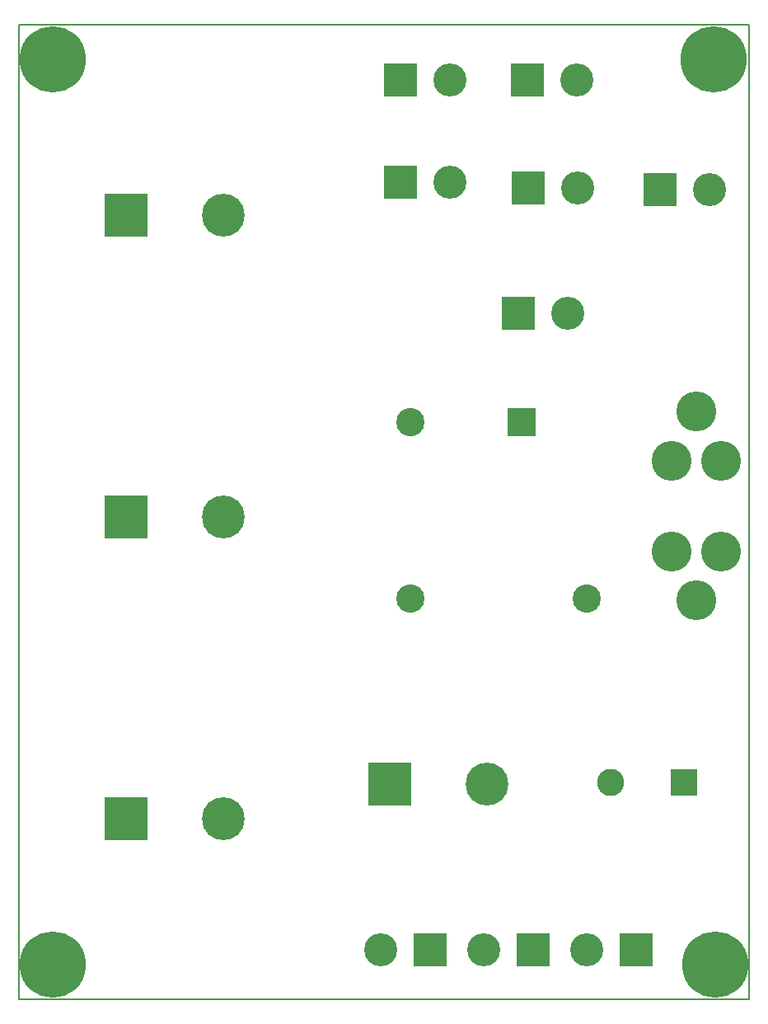
<source format=gbs>
G04 #@! TF.FileFunction,Soldermask,Bot*
%FSLAX46Y46*%
G04 Gerber Fmt 4.6, Leading zero omitted, Abs format (unit mm)*
G04 Created by KiCad (PCBNEW 4.0.7) date 03/19/18 23:09:54*
%MOMM*%
%LPD*%
G01*
G04 APERTURE LIST*
%ADD10C,0.100000*%
%ADD11C,0.150000*%
%ADD12C,2.900000*%
%ADD13R,2.900000X2.900000*%
%ADD14R,4.400000X4.400000*%
%ADD15C,4.400000*%
%ADD16R,2.800000X2.800000*%
%ADD17C,2.800000*%
%ADD18R,3.400000X3.400000*%
%ADD19C,3.400000*%
%ADD20C,4.100000*%
%ADD21C,6.800000*%
G04 APERTURE END LIST*
D10*
D11*
X195000000Y-35000000D02*
X120000000Y-35000000D01*
X195000000Y-135000000D02*
X195000000Y-35000000D01*
X120000000Y-35000000D02*
X120000000Y-135000000D01*
X120000000Y-135000000D02*
X195000000Y-135000000D01*
D12*
X178300000Y-93900000D03*
X160200000Y-75800000D03*
D13*
X171600000Y-75800000D03*
D12*
X160200000Y-93900000D03*
D14*
X131000000Y-54500000D03*
D15*
X141000000Y-54500000D03*
D14*
X131000000Y-85500000D03*
D15*
X141000000Y-85500000D03*
D14*
X131000000Y-116500000D03*
D15*
X141000000Y-116500000D03*
D14*
X158100000Y-112900000D03*
D15*
X168100000Y-112900000D03*
D16*
X188300000Y-112800000D03*
D17*
X180800000Y-112800000D03*
D18*
X159200000Y-40600000D03*
D19*
X164280000Y-40600000D03*
D18*
X172200000Y-40600000D03*
D19*
X177280000Y-40600000D03*
D18*
X159200000Y-51100000D03*
D19*
X164280000Y-51100000D03*
D18*
X172300000Y-51700000D03*
D19*
X177380000Y-51700000D03*
D18*
X185900000Y-51900000D03*
D19*
X190980000Y-51900000D03*
D18*
X171300000Y-64600000D03*
D19*
X176380000Y-64600000D03*
D18*
X162200000Y-130000000D03*
D19*
X157120000Y-130000000D03*
D18*
X172800000Y-130000000D03*
D19*
X167720000Y-130000000D03*
D18*
X183400000Y-130000000D03*
D19*
X178320000Y-130000000D03*
D20*
X189600000Y-74700000D03*
X189600000Y-94100000D03*
X187040000Y-79740000D03*
X192150000Y-79740000D03*
X187060000Y-89060000D03*
X192160000Y-89060000D03*
D21*
X123500000Y-38500000D03*
X123500000Y-131500000D03*
X191400000Y-38500000D03*
X191500000Y-131500000D03*
M02*

</source>
